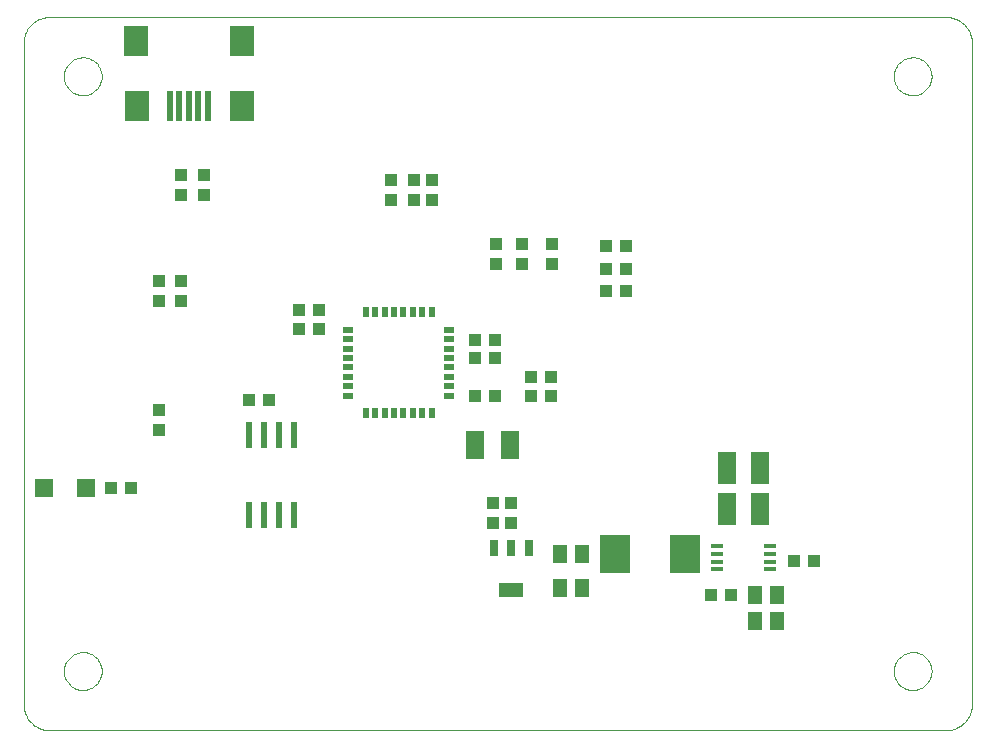
<source format=gtp>
G75*
G70*
%OFA0B0*%
%FSLAX24Y24*%
%IPPOS*%
%LPD*%
%AMOC8*
5,1,8,0,0,1.08239X$1,22.5*
%
%ADD10C,0.0000*%
%ADD11R,0.0433X0.0394*%
%ADD12R,0.0394X0.0433*%
%ADD13R,0.0591X0.0591*%
%ADD14R,0.0315X0.0551*%
%ADD15R,0.0800X0.0500*%
%ADD16R,0.0787X0.0984*%
%ADD17R,0.0197X0.0984*%
%ADD18R,0.0335X0.0213*%
%ADD19R,0.0213X0.0335*%
%ADD20R,0.0630X0.0945*%
%ADD21R,0.0512X0.0591*%
%ADD22R,0.0433X0.0157*%
%ADD23R,0.0630X0.1063*%
%ADD24R,0.0984X0.1280*%
%ADD25R,0.0236X0.0866*%
D10*
X003197Y007660D02*
X033224Y007660D01*
X033281Y007666D01*
X033338Y007676D01*
X033394Y007690D01*
X033449Y007708D01*
X033503Y007729D01*
X033555Y007754D01*
X033605Y007783D01*
X033653Y007815D01*
X033699Y007850D01*
X033743Y007888D01*
X033783Y007928D01*
X033821Y007972D01*
X033856Y008018D01*
X033888Y008066D01*
X033917Y008116D01*
X033942Y008168D01*
X033963Y008222D01*
X033981Y008277D01*
X033995Y008333D01*
X034005Y008390D01*
X034011Y008447D01*
X034011Y030637D01*
X034011Y030638D02*
X034005Y030695D01*
X033995Y030752D01*
X033981Y030808D01*
X033963Y030863D01*
X033942Y030917D01*
X033917Y030969D01*
X033888Y031019D01*
X033856Y031067D01*
X033821Y031113D01*
X033783Y031157D01*
X033743Y031197D01*
X033699Y031235D01*
X033653Y031270D01*
X033605Y031302D01*
X033555Y031331D01*
X033503Y031356D01*
X033449Y031377D01*
X033394Y031395D01*
X033338Y031409D01*
X033281Y031419D01*
X033224Y031425D01*
X003197Y031425D01*
X003140Y031419D01*
X003083Y031409D01*
X003027Y031395D01*
X002972Y031377D01*
X002918Y031356D01*
X002866Y031331D01*
X002816Y031302D01*
X002768Y031270D01*
X002722Y031235D01*
X002678Y031197D01*
X002638Y031157D01*
X002600Y031113D01*
X002565Y031067D01*
X002533Y031019D01*
X002504Y030969D01*
X002479Y030917D01*
X002458Y030863D01*
X002440Y030808D01*
X002426Y030752D01*
X002416Y030695D01*
X002410Y030638D01*
X002410Y030637D02*
X002410Y008447D01*
X002416Y008390D01*
X002426Y008333D01*
X002440Y008277D01*
X002458Y008222D01*
X002479Y008168D01*
X002504Y008116D01*
X002533Y008066D01*
X002565Y008018D01*
X002600Y007972D01*
X002638Y007928D01*
X002678Y007888D01*
X002722Y007850D01*
X002768Y007815D01*
X002816Y007783D01*
X002866Y007754D01*
X002918Y007729D01*
X002972Y007708D01*
X003027Y007690D01*
X003083Y007676D01*
X003140Y007666D01*
X003197Y007660D01*
X003749Y009629D02*
X003751Y009679D01*
X003757Y009729D01*
X003767Y009778D01*
X003781Y009826D01*
X003798Y009873D01*
X003819Y009918D01*
X003844Y009962D01*
X003872Y010003D01*
X003904Y010042D01*
X003938Y010079D01*
X003975Y010113D01*
X004015Y010143D01*
X004057Y010170D01*
X004101Y010194D01*
X004147Y010215D01*
X004194Y010231D01*
X004242Y010244D01*
X004292Y010253D01*
X004341Y010258D01*
X004392Y010259D01*
X004442Y010256D01*
X004491Y010249D01*
X004540Y010238D01*
X004588Y010223D01*
X004634Y010205D01*
X004679Y010183D01*
X004722Y010157D01*
X004763Y010128D01*
X004802Y010096D01*
X004838Y010061D01*
X004870Y010023D01*
X004900Y009983D01*
X004927Y009940D01*
X004950Y009896D01*
X004969Y009850D01*
X004985Y009802D01*
X004997Y009753D01*
X005005Y009704D01*
X005009Y009654D01*
X005009Y009604D01*
X005005Y009554D01*
X004997Y009505D01*
X004985Y009456D01*
X004969Y009408D01*
X004950Y009362D01*
X004927Y009318D01*
X004900Y009275D01*
X004870Y009235D01*
X004838Y009197D01*
X004802Y009162D01*
X004763Y009130D01*
X004722Y009101D01*
X004679Y009075D01*
X004634Y009053D01*
X004588Y009035D01*
X004540Y009020D01*
X004491Y009009D01*
X004442Y009002D01*
X004392Y008999D01*
X004341Y009000D01*
X004292Y009005D01*
X004242Y009014D01*
X004194Y009027D01*
X004147Y009043D01*
X004101Y009064D01*
X004057Y009088D01*
X004015Y009115D01*
X003975Y009145D01*
X003938Y009179D01*
X003904Y009216D01*
X003872Y009255D01*
X003844Y009296D01*
X003819Y009340D01*
X003798Y009385D01*
X003781Y009432D01*
X003767Y009480D01*
X003757Y009529D01*
X003751Y009579D01*
X003749Y009629D01*
X003749Y029456D02*
X003751Y029506D01*
X003757Y029556D01*
X003767Y029605D01*
X003781Y029653D01*
X003798Y029700D01*
X003819Y029745D01*
X003844Y029789D01*
X003872Y029830D01*
X003904Y029869D01*
X003938Y029906D01*
X003975Y029940D01*
X004015Y029970D01*
X004057Y029997D01*
X004101Y030021D01*
X004147Y030042D01*
X004194Y030058D01*
X004242Y030071D01*
X004292Y030080D01*
X004341Y030085D01*
X004392Y030086D01*
X004442Y030083D01*
X004491Y030076D01*
X004540Y030065D01*
X004588Y030050D01*
X004634Y030032D01*
X004679Y030010D01*
X004722Y029984D01*
X004763Y029955D01*
X004802Y029923D01*
X004838Y029888D01*
X004870Y029850D01*
X004900Y029810D01*
X004927Y029767D01*
X004950Y029723D01*
X004969Y029677D01*
X004985Y029629D01*
X004997Y029580D01*
X005005Y029531D01*
X005009Y029481D01*
X005009Y029431D01*
X005005Y029381D01*
X004997Y029332D01*
X004985Y029283D01*
X004969Y029235D01*
X004950Y029189D01*
X004927Y029145D01*
X004900Y029102D01*
X004870Y029062D01*
X004838Y029024D01*
X004802Y028989D01*
X004763Y028957D01*
X004722Y028928D01*
X004679Y028902D01*
X004634Y028880D01*
X004588Y028862D01*
X004540Y028847D01*
X004491Y028836D01*
X004442Y028829D01*
X004392Y028826D01*
X004341Y028827D01*
X004292Y028832D01*
X004242Y028841D01*
X004194Y028854D01*
X004147Y028870D01*
X004101Y028891D01*
X004057Y028915D01*
X004015Y028942D01*
X003975Y028972D01*
X003938Y029006D01*
X003904Y029043D01*
X003872Y029082D01*
X003844Y029123D01*
X003819Y029167D01*
X003798Y029212D01*
X003781Y029259D01*
X003767Y029307D01*
X003757Y029356D01*
X003751Y029406D01*
X003749Y029456D01*
X031413Y029456D02*
X031415Y029506D01*
X031421Y029556D01*
X031431Y029605D01*
X031445Y029653D01*
X031462Y029700D01*
X031483Y029745D01*
X031508Y029789D01*
X031536Y029830D01*
X031568Y029869D01*
X031602Y029906D01*
X031639Y029940D01*
X031679Y029970D01*
X031721Y029997D01*
X031765Y030021D01*
X031811Y030042D01*
X031858Y030058D01*
X031906Y030071D01*
X031956Y030080D01*
X032005Y030085D01*
X032056Y030086D01*
X032106Y030083D01*
X032155Y030076D01*
X032204Y030065D01*
X032252Y030050D01*
X032298Y030032D01*
X032343Y030010D01*
X032386Y029984D01*
X032427Y029955D01*
X032466Y029923D01*
X032502Y029888D01*
X032534Y029850D01*
X032564Y029810D01*
X032591Y029767D01*
X032614Y029723D01*
X032633Y029677D01*
X032649Y029629D01*
X032661Y029580D01*
X032669Y029531D01*
X032673Y029481D01*
X032673Y029431D01*
X032669Y029381D01*
X032661Y029332D01*
X032649Y029283D01*
X032633Y029235D01*
X032614Y029189D01*
X032591Y029145D01*
X032564Y029102D01*
X032534Y029062D01*
X032502Y029024D01*
X032466Y028989D01*
X032427Y028957D01*
X032386Y028928D01*
X032343Y028902D01*
X032298Y028880D01*
X032252Y028862D01*
X032204Y028847D01*
X032155Y028836D01*
X032106Y028829D01*
X032056Y028826D01*
X032005Y028827D01*
X031956Y028832D01*
X031906Y028841D01*
X031858Y028854D01*
X031811Y028870D01*
X031765Y028891D01*
X031721Y028915D01*
X031679Y028942D01*
X031639Y028972D01*
X031602Y029006D01*
X031568Y029043D01*
X031536Y029082D01*
X031508Y029123D01*
X031483Y029167D01*
X031462Y029212D01*
X031445Y029259D01*
X031431Y029307D01*
X031421Y029356D01*
X031415Y029406D01*
X031413Y029456D01*
X031413Y009629D02*
X031415Y009679D01*
X031421Y009729D01*
X031431Y009778D01*
X031445Y009826D01*
X031462Y009873D01*
X031483Y009918D01*
X031508Y009962D01*
X031536Y010003D01*
X031568Y010042D01*
X031602Y010079D01*
X031639Y010113D01*
X031679Y010143D01*
X031721Y010170D01*
X031765Y010194D01*
X031811Y010215D01*
X031858Y010231D01*
X031906Y010244D01*
X031956Y010253D01*
X032005Y010258D01*
X032056Y010259D01*
X032106Y010256D01*
X032155Y010249D01*
X032204Y010238D01*
X032252Y010223D01*
X032298Y010205D01*
X032343Y010183D01*
X032386Y010157D01*
X032427Y010128D01*
X032466Y010096D01*
X032502Y010061D01*
X032534Y010023D01*
X032564Y009983D01*
X032591Y009940D01*
X032614Y009896D01*
X032633Y009850D01*
X032649Y009802D01*
X032661Y009753D01*
X032669Y009704D01*
X032673Y009654D01*
X032673Y009604D01*
X032669Y009554D01*
X032661Y009505D01*
X032649Y009456D01*
X032633Y009408D01*
X032614Y009362D01*
X032591Y009318D01*
X032564Y009275D01*
X032534Y009235D01*
X032502Y009197D01*
X032466Y009162D01*
X032427Y009130D01*
X032386Y009101D01*
X032343Y009075D01*
X032298Y009053D01*
X032252Y009035D01*
X032204Y009020D01*
X032155Y009009D01*
X032106Y009002D01*
X032056Y008999D01*
X032005Y009000D01*
X031956Y009005D01*
X031906Y009014D01*
X031858Y009027D01*
X031811Y009043D01*
X031765Y009064D01*
X031721Y009088D01*
X031679Y009115D01*
X031639Y009145D01*
X031602Y009179D01*
X031568Y009216D01*
X031536Y009255D01*
X031508Y009296D01*
X031483Y009340D01*
X031462Y009385D01*
X031445Y009432D01*
X031431Y009480D01*
X031421Y009529D01*
X031415Y009579D01*
X031413Y009629D01*
D11*
X028745Y013285D03*
X028075Y013285D03*
X025995Y012160D03*
X025325Y012160D03*
X019991Y018801D03*
X019322Y018801D03*
X018120Y018801D03*
X017450Y018801D03*
X017450Y020066D03*
X017450Y020660D03*
X018120Y020660D03*
X018120Y020066D03*
X016035Y025325D03*
X015410Y025325D03*
X015410Y025995D03*
X016035Y025995D03*
X014660Y025995D03*
X014660Y025325D03*
X012245Y021660D03*
X012245Y021020D03*
X011575Y021020D03*
X011575Y021660D03*
X010588Y018660D03*
X009919Y018660D03*
X006910Y018320D03*
X006910Y017650D03*
X006910Y021950D03*
X006910Y022620D03*
X007660Y022620D03*
X007660Y021950D03*
X007660Y025513D03*
X007660Y026182D03*
X008410Y026182D03*
X008410Y025513D03*
D12*
X018160Y023870D03*
X018160Y023200D03*
X019035Y023200D03*
X019035Y023870D03*
X020035Y023870D03*
X020035Y023200D03*
X021825Y023035D03*
X021825Y022285D03*
X022495Y022285D03*
X022495Y023035D03*
X022495Y023785D03*
X021825Y023785D03*
X019978Y019426D03*
X019309Y019426D03*
X018660Y015245D03*
X018066Y015245D03*
X018066Y014575D03*
X018660Y014575D03*
X005995Y015735D03*
X005325Y015735D03*
D13*
X004474Y015735D03*
X003096Y015735D03*
D14*
X018070Y013740D03*
X018660Y013740D03*
X019250Y013740D03*
D15*
X018660Y012340D03*
D16*
X009682Y028476D03*
X009682Y030641D03*
X006138Y030641D03*
X006178Y028476D03*
D17*
X007280Y028476D03*
X007595Y028476D03*
X007910Y028476D03*
X008225Y028476D03*
X008540Y028476D03*
D18*
X013227Y021012D03*
X013227Y020697D03*
X013227Y020382D03*
X013227Y020067D03*
X013227Y019753D03*
X013227Y019438D03*
X013227Y019123D03*
X013227Y018808D03*
X016593Y018808D03*
X016593Y019123D03*
X016593Y019438D03*
X016593Y019753D03*
X016593Y020067D03*
X016593Y020379D03*
X016593Y020693D03*
X016593Y021008D03*
D19*
X016012Y021593D03*
X015697Y021593D03*
X015382Y021593D03*
X015067Y021593D03*
X014753Y021593D03*
X014438Y021593D03*
X014123Y021593D03*
X013808Y021593D03*
X013808Y018227D03*
X014123Y018227D03*
X014438Y018227D03*
X014753Y018227D03*
X015067Y018227D03*
X015382Y018227D03*
X015697Y018227D03*
X016012Y018227D03*
D20*
X017444Y017160D03*
X018626Y017160D03*
D21*
X020286Y013535D03*
X021034Y013535D03*
X021034Y012410D03*
X020286Y012410D03*
X026786Y012160D03*
X027534Y012160D03*
X027534Y011285D03*
X026786Y011285D03*
D22*
X027296Y013026D03*
X027296Y013282D03*
X027296Y013538D03*
X027296Y013794D03*
X025524Y013794D03*
X025524Y013538D03*
X025524Y013282D03*
X025524Y013026D03*
D23*
X025859Y015035D03*
X026961Y015035D03*
X026961Y016410D03*
X025859Y016410D03*
D24*
X024466Y013535D03*
X022104Y013535D03*
D25*
X011410Y014835D03*
X010910Y014835D03*
X010410Y014835D03*
X009910Y014835D03*
X009910Y017485D03*
X010410Y017485D03*
X010910Y017485D03*
X011410Y017485D03*
M02*

</source>
